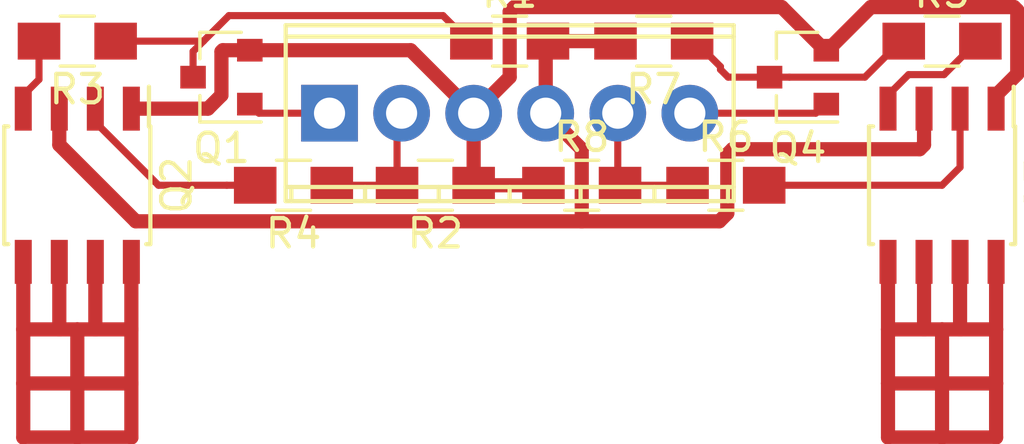
<source format=kicad_pcb>
(kicad_pcb (version 20171130) (host pcbnew 5.0.0-rc2-dev-unknown-6866c0c~65~ubuntu16.04.1)

  (general
    (thickness 1.6)
    (drawings 0)
    (tracks 113)
    (zones 0)
    (modules 13)
    (nets 15)
  )

  (page A4)
  (layers
    (0 F.Cu signal)
    (31 B.Cu signal)
    (32 B.Adhes user)
    (33 F.Adhes user)
    (34 B.Paste user)
    (35 F.Paste user)
    (36 B.SilkS user hide)
    (37 F.SilkS user hide)
    (38 B.Mask user hide)
    (39 F.Mask user hide)
    (40 Dwgs.User user)
    (41 Cmts.User user)
    (42 Eco1.User user)
    (43 Eco2.User user)
    (44 Edge.Cuts user)
    (45 Margin user)
    (46 B.CrtYd user)
    (47 F.CrtYd user hide)
    (48 B.Fab user)
    (49 F.Fab user hide)
  )

  (setup
    (last_trace_width 0.25)
    (trace_clearance 0.3)
    (zone_clearance 0.508)
    (zone_45_only no)
    (trace_min 0.2)
    (segment_width 0.2)
    (edge_width 0.15)
    (via_size 0.6)
    (via_drill 0.4)
    (via_min_size 0.4)
    (via_min_drill 0.3)
    (uvia_size 0.3)
    (uvia_drill 0.1)
    (uvias_allowed no)
    (uvia_min_size 0.2)
    (uvia_min_drill 0.1)
    (pcb_text_width 0.3)
    (pcb_text_size 1.5 1.5)
    (mod_edge_width 0.15)
    (mod_text_size 1 1)
    (mod_text_width 0.15)
    (pad_size 1.524 1.524)
    (pad_drill 0.762)
    (pad_to_mask_clearance 0.2)
    (aux_axis_origin 0 0)
    (visible_elements FFFFFFFF)
    (pcbplotparams
      (layerselection 0x00030_80000001)
      (usegerberextensions false)
      (usegerberattributes false)
      (usegerberadvancedattributes false)
      (creategerberjobfile false)
      (excludeedgelayer true)
      (linewidth 0.100000)
      (plotframeref false)
      (viasonmask false)
      (mode 1)
      (useauxorigin false)
      (hpglpennumber 1)
      (hpglpenspeed 20)
      (hpglpendiameter 15)
      (psnegative false)
      (psa4output false)
      (plotreference true)
      (plotvalue true)
      (plotinvisibletext false)
      (padsonsilk false)
      (subtractmaskfromsilk false)
      (outputformat 1)
      (mirror false)
      (drillshape 1)
      (scaleselection 1)
      (outputdirectory drive.svg))
  )

  (net 0 "")
  (net 1 +BATT)
  (net 2 GNDREF)
  (net 3 "Net-(Q1-Pad3)")
  (net 4 "Net-(Q2-Pad2)")
  (net 5 "Net-(Q2-Pad4)")
  (net 6 "Net-(Q3-Pad2)")
  (net 7 "Net-(Q3-Pad4)")
  (net 8 "Net-(Q4-Pad3)")
  (net 9 /MM2)
  (net 10 /MM1)
  (net 11 /TOP_R)
  (net 12 /BOT_L)
  (net 13 /TOP_L)
  (net 14 /BOT_R)

  (net_class Default "This is the default net class."
    (clearance 0.3)
    (trace_width 0.25)
    (via_dia 0.6)
    (via_drill 0.4)
    (uvia_dia 0.3)
    (uvia_drill 0.1)
    (add_net /BOT_L)
    (add_net /BOT_R)
    (add_net /TOP_L)
    (add_net /TOP_R)
    (add_net "Net-(Q1-Pad3)")
    (add_net "Net-(Q2-Pad2)")
    (add_net "Net-(Q2-Pad4)")
    (add_net "Net-(Q3-Pad2)")
    (add_net "Net-(Q3-Pad4)")
    (add_net "Net-(Q4-Pad3)")
  )

  (net_class B ""
    (clearance 0.3)
    (trace_width 0.5)
    (via_dia 0.6)
    (via_drill 0.4)
    (uvia_dia 0.3)
    (uvia_drill 0.1)
    (add_net +BATT)
    (add_net GNDREF)
  )

  (net_class B2 ""
    (clearance 0.3)
    (trace_width 0.5)
    (via_dia 0.6)
    (via_drill 0.4)
    (uvia_dia 0.3)
    (uvia_drill 0.1)
    (add_net /MM1)
    (add_net /MM2)
  )

  (module TerminalBlocks_Phoenix:TerminalBlock_Phoenix_MPT-2.54mm_6pol (layer F.Cu) (tedit 59FF0755) (tstamp 5AF885DA)
    (at 147.955 92.71)
    (descr "6-way 2.54mm pitch terminal block, Phoenix MPT series")
    (path /5AF8CE8E)
    (fp_text reference J1 (at 6.35 -4.50088) (layer F.SilkS)
      (effects (font (size 1 1) (thickness 0.15)))
    )
    (fp_text value Screw_Terminal_01x06 (at 6.35 4.50088) (layer F.Fab)
      (effects (font (size 1 1) (thickness 0.15)))
    )
    (fp_line (start -1.54432 -3.0988) (end -1.54432 3.0988) (layer F.SilkS) (width 0.15))
    (fp_line (start 14.24432 3.0988) (end 14.24432 -3.0988) (layer F.SilkS) (width 0.15))
    (fp_line (start 1.25222 3.0988) (end 1.25222 2.60096) (layer F.SilkS) (width 0.15))
    (fp_line (start 14.0462 2.60096) (end 14.0462 3.0988) (layer F.SilkS) (width 0.15))
    (fp_line (start -1.3462 3.0988) (end -1.3462 2.60096) (layer F.SilkS) (width 0.15))
    (fp_line (start 3.85064 2.60096) (end 3.85064 3.0988) (layer F.SilkS) (width 0.15))
    (fp_line (start 6.34746 2.60096) (end 6.34746 3.0988) (layer F.SilkS) (width 0.15))
    (fp_line (start 8.84936 2.60096) (end 8.84936 3.0988) (layer F.SilkS) (width 0.15))
    (fp_line (start 11.45032 2.60096) (end 11.45032 3.0988) (layer F.SilkS) (width 0.15))
    (fp_line (start 14.2494 2.60096) (end -1.5494 2.60096) (layer F.SilkS) (width 0.15))
    (fp_line (start -1.5494 3.0988) (end 14.2494 3.0988) (layer F.SilkS) (width 0.15))
    (fp_line (start 14.2494 -2.70002) (end -1.5494 -2.70002) (layer F.SilkS) (width 0.15))
    (fp_line (start 14.2494 -3.0988) (end -1.5494 -3.0988) (layer F.SilkS) (width 0.15))
    (fp_line (start 14.48 -3.3) (end 14.48 3.3) (layer F.CrtYd) (width 0.05))
    (fp_line (start 14.48 3.3) (end -1.78 3.3) (layer F.CrtYd) (width 0.05))
    (fp_line (start -1.78 3.3) (end -1.78 -3.3) (layer F.CrtYd) (width 0.05))
    (fp_line (start -1.78 -3.3) (end 14.48 -3.3) (layer F.CrtYd) (width 0.05))
    (fp_text user %R (at 6.35 0) (layer F.Fab)
      (effects (font (size 1 1) (thickness 0.15)))
    )
    (pad 6 thru_hole oval (at 12.7 0 180) (size 1.99898 1.99898) (drill 1.09728) (layers *.Cu *.Mask)
      (net 11 /TOP_R))
    (pad 5 thru_hole oval (at 10.16 0 180) (size 1.99898 1.99898) (drill 1.09728) (layers *.Cu *.Mask)
      (net 14 /BOT_R))
    (pad 3 thru_hole oval (at 5.08 0 180) (size 1.99898 1.99898) (drill 1.09728) (layers *.Cu *.Mask)
      (net 2 GNDREF))
    (pad 2 thru_hole oval (at 2.54 0 180) (size 1.99898 1.99898) (drill 1.09728) (layers *.Cu *.Mask)
      (net 12 /BOT_L))
    (pad 1 thru_hole rect (at 0 0 180) (size 1.99898 1.99898) (drill 1.09728) (layers *.Cu *.Mask)
      (net 13 /TOP_L))
    (pad 4 thru_hole oval (at 7.62 0 180) (size 1.99898 1.99898) (drill 1.09728) (layers *.Cu *.Mask)
      (net 1 +BATT))
    (model ${KISYS3DMOD}/TerminalBlock_Phoenix.3dshapes/TerminalBlock_Phoenix_MPT-2.54mm_6pol.wrl
      (offset (xyz 6.349999904632568 0 0))
      (scale (xyz 1 1 1))
      (rotate (xyz 0 0 0))
    )
  )

  (module TO_SOT_Packages_SMD:SOT-23 (layer F.Cu) (tedit 58CE4E7E) (tstamp 5AF88600)
    (at 144.145 91.44 180)
    (descr "SOT-23, Standard")
    (tags SOT-23)
    (path /5AF0DF14)
    (attr smd)
    (fp_text reference Q1 (at 0 -2.5 180) (layer F.SilkS)
      (effects (font (size 1 1) (thickness 0.15)))
    )
    (fp_text value 2N7002 (at 0 2.5 180) (layer F.Fab)
      (effects (font (size 1 1) (thickness 0.15)))
    )
    (fp_line (start 0.76 1.58) (end -0.7 1.58) (layer F.SilkS) (width 0.12))
    (fp_line (start 0.76 -1.58) (end -1.4 -1.58) (layer F.SilkS) (width 0.12))
    (fp_line (start -1.7 1.75) (end -1.7 -1.75) (layer F.CrtYd) (width 0.05))
    (fp_line (start 1.7 1.75) (end -1.7 1.75) (layer F.CrtYd) (width 0.05))
    (fp_line (start 1.7 -1.75) (end 1.7 1.75) (layer F.CrtYd) (width 0.05))
    (fp_line (start -1.7 -1.75) (end 1.7 -1.75) (layer F.CrtYd) (width 0.05))
    (fp_line (start 0.76 -1.58) (end 0.76 -0.65) (layer F.SilkS) (width 0.12))
    (fp_line (start 0.76 1.58) (end 0.76 0.65) (layer F.SilkS) (width 0.12))
    (fp_line (start -0.7 1.52) (end 0.7 1.52) (layer F.Fab) (width 0.1))
    (fp_line (start 0.7 -1.52) (end 0.7 1.52) (layer F.Fab) (width 0.1))
    (fp_line (start -0.7 -0.95) (end -0.15 -1.52) (layer F.Fab) (width 0.1))
    (fp_line (start -0.15 -1.52) (end 0.7 -1.52) (layer F.Fab) (width 0.1))
    (fp_line (start -0.7 -0.95) (end -0.7 1.5) (layer F.Fab) (width 0.1))
    (fp_text user %R (at 0 0 270) (layer F.Fab)
      (effects (font (size 0.5 0.5) (thickness 0.075)))
    )
    (pad 3 smd rect (at 1 0 180) (size 0.9 0.8) (layers F.Cu F.Paste F.Mask)
      (net 3 "Net-(Q1-Pad3)"))
    (pad 2 smd rect (at -1 0.95 180) (size 0.9 0.8) (layers F.Cu F.Paste F.Mask)
      (net 2 GNDREF))
    (pad 1 smd rect (at -1 -0.95 180) (size 0.9 0.8) (layers F.Cu F.Paste F.Mask)
      (net 13 /TOP_L))
    (model ${KISYS3DMOD}/TO_SOT_Packages_SMD.3dshapes/SOT-23.wrl
      (at (xyz 0 0 0))
      (scale (xyz 1 1 1))
      (rotate (xyz 0 0 0))
    )
  )

  (module Housings_SOIC:SOIC-8_3.9x4.9mm_Pitch1.27mm (layer F.Cu) (tedit 58CD0CDA) (tstamp 5AF8861D)
    (at 139.065 95.25 270)
    (descr "8-Lead Plastic Small Outline (SN) - Narrow, 3.90 mm Body [SOIC] (see Microchip Packaging Specification 00000049BS.pdf)")
    (tags "SOIC 1.27")
    (path /5AF0DEEF)
    (attr smd)
    (fp_text reference Q2 (at 0 -3.5 270) (layer F.SilkS)
      (effects (font (size 1 1) (thickness 0.15)))
    )
    (fp_text value IRF7309IPBF (at 0 3.5 270) (layer F.Fab)
      (effects (font (size 1 1) (thickness 0.15)))
    )
    (fp_line (start -2.075 -2.525) (end -3.475 -2.525) (layer F.SilkS) (width 0.15))
    (fp_line (start -2.075 2.575) (end 2.075 2.575) (layer F.SilkS) (width 0.15))
    (fp_line (start -2.075 -2.575) (end 2.075 -2.575) (layer F.SilkS) (width 0.15))
    (fp_line (start -2.075 2.575) (end -2.075 2.43) (layer F.SilkS) (width 0.15))
    (fp_line (start 2.075 2.575) (end 2.075 2.43) (layer F.SilkS) (width 0.15))
    (fp_line (start 2.075 -2.575) (end 2.075 -2.43) (layer F.SilkS) (width 0.15))
    (fp_line (start -2.075 -2.575) (end -2.075 -2.525) (layer F.SilkS) (width 0.15))
    (fp_line (start -3.73 2.7) (end 3.73 2.7) (layer F.CrtYd) (width 0.05))
    (fp_line (start -3.73 -2.7) (end 3.73 -2.7) (layer F.CrtYd) (width 0.05))
    (fp_line (start 3.73 -2.7) (end 3.73 2.7) (layer F.CrtYd) (width 0.05))
    (fp_line (start -3.73 -2.7) (end -3.73 2.7) (layer F.CrtYd) (width 0.05))
    (fp_line (start -1.95 -1.45) (end -0.95 -2.45) (layer F.Fab) (width 0.1))
    (fp_line (start -1.95 2.45) (end -1.95 -1.45) (layer F.Fab) (width 0.1))
    (fp_line (start 1.95 2.45) (end -1.95 2.45) (layer F.Fab) (width 0.1))
    (fp_line (start 1.95 -2.45) (end 1.95 2.45) (layer F.Fab) (width 0.1))
    (fp_line (start -0.95 -2.45) (end 1.95 -2.45) (layer F.Fab) (width 0.1))
    (fp_text user %R (at 0 0 270) (layer F.Fab)
      (effects (font (size 1 1) (thickness 0.15)))
    )
    (pad 8 smd rect (at 2.7 -1.905 270) (size 1.55 0.6) (layers F.Cu F.Paste F.Mask)
      (net 10 /MM1))
    (pad 7 smd rect (at 2.7 -0.635 270) (size 1.55 0.6) (layers F.Cu F.Paste F.Mask)
      (net 10 /MM1))
    (pad 6 smd rect (at 2.7 0.635 270) (size 1.55 0.6) (layers F.Cu F.Paste F.Mask)
      (net 10 /MM1))
    (pad 5 smd rect (at 2.7 1.905 270) (size 1.55 0.6) (layers F.Cu F.Paste F.Mask)
      (net 10 /MM1))
    (pad 4 smd rect (at -2.7 1.905 270) (size 1.55 0.6) (layers F.Cu F.Paste F.Mask)
      (net 5 "Net-(Q2-Pad4)"))
    (pad 3 smd rect (at -2.7 0.635 270) (size 1.55 0.6) (layers F.Cu F.Paste F.Mask)
      (net 1 +BATT))
    (pad 2 smd rect (at -2.7 -0.635 270) (size 1.55 0.6) (layers F.Cu F.Paste F.Mask)
      (net 4 "Net-(Q2-Pad2)"))
    (pad 1 smd rect (at -2.7 -1.905 270) (size 1.55 0.6) (layers F.Cu F.Paste F.Mask)
      (net 2 GNDREF))
    (model ${KISYS3DMOD}/Housings_SOIC.3dshapes/SOIC-8_3.9x4.9mm_Pitch1.27mm.wrl
      (at (xyz 0 0 0))
      (scale (xyz 1 1 1))
      (rotate (xyz 0 0 0))
    )
  )

  (module Housings_SOIC:SOIC-8_3.9x4.9mm_Pitch1.27mm (layer F.Cu) (tedit 58CD0CDA) (tstamp 5AF8863A)
    (at 169.545 95.25 270)
    (descr "8-Lead Plastic Small Outline (SN) - Narrow, 3.90 mm Body [SOIC] (see Microchip Packaging Specification 00000049BS.pdf)")
    (tags "SOIC 1.27")
    (path /5AF08F55)
    (attr smd)
    (fp_text reference Q3 (at 0 -3.5 270) (layer F.SilkS)
      (effects (font (size 1 1) (thickness 0.15)))
    )
    (fp_text value IRF7309IPBF (at 0 3.5 270) (layer F.Fab)
      (effects (font (size 1 1) (thickness 0.15)))
    )
    (fp_text user %R (at 0 0 270) (layer F.Fab)
      (effects (font (size 1 1) (thickness 0.15)))
    )
    (fp_line (start -0.95 -2.45) (end 1.95 -2.45) (layer F.Fab) (width 0.1))
    (fp_line (start 1.95 -2.45) (end 1.95 2.45) (layer F.Fab) (width 0.1))
    (fp_line (start 1.95 2.45) (end -1.95 2.45) (layer F.Fab) (width 0.1))
    (fp_line (start -1.95 2.45) (end -1.95 -1.45) (layer F.Fab) (width 0.1))
    (fp_line (start -1.95 -1.45) (end -0.95 -2.45) (layer F.Fab) (width 0.1))
    (fp_line (start -3.73 -2.7) (end -3.73 2.7) (layer F.CrtYd) (width 0.05))
    (fp_line (start 3.73 -2.7) (end 3.73 2.7) (layer F.CrtYd) (width 0.05))
    (fp_line (start -3.73 -2.7) (end 3.73 -2.7) (layer F.CrtYd) (width 0.05))
    (fp_line (start -3.73 2.7) (end 3.73 2.7) (layer F.CrtYd) (width 0.05))
    (fp_line (start -2.075 -2.575) (end -2.075 -2.525) (layer F.SilkS) (width 0.15))
    (fp_line (start 2.075 -2.575) (end 2.075 -2.43) (layer F.SilkS) (width 0.15))
    (fp_line (start 2.075 2.575) (end 2.075 2.43) (layer F.SilkS) (width 0.15))
    (fp_line (start -2.075 2.575) (end -2.075 2.43) (layer F.SilkS) (width 0.15))
    (fp_line (start -2.075 -2.575) (end 2.075 -2.575) (layer F.SilkS) (width 0.15))
    (fp_line (start -2.075 2.575) (end 2.075 2.575) (layer F.SilkS) (width 0.15))
    (fp_line (start -2.075 -2.525) (end -3.475 -2.525) (layer F.SilkS) (width 0.15))
    (pad 1 smd rect (at -2.7 -1.905 270) (size 1.55 0.6) (layers F.Cu F.Paste F.Mask)
      (net 2 GNDREF))
    (pad 2 smd rect (at -2.7 -0.635 270) (size 1.55 0.6) (layers F.Cu F.Paste F.Mask)
      (net 6 "Net-(Q3-Pad2)"))
    (pad 3 smd rect (at -2.7 0.635 270) (size 1.55 0.6) (layers F.Cu F.Paste F.Mask)
      (net 1 +BATT))
    (pad 4 smd rect (at -2.7 1.905 270) (size 1.55 0.6) (layers F.Cu F.Paste F.Mask)
      (net 7 "Net-(Q3-Pad4)"))
    (pad 5 smd rect (at 2.7 1.905 270) (size 1.55 0.6) (layers F.Cu F.Paste F.Mask)
      (net 9 /MM2))
    (pad 6 smd rect (at 2.7 0.635 270) (size 1.55 0.6) (layers F.Cu F.Paste F.Mask)
      (net 9 /MM2))
    (pad 7 smd rect (at 2.7 -0.635 270) (size 1.55 0.6) (layers F.Cu F.Paste F.Mask)
      (net 9 /MM2))
    (pad 8 smd rect (at 2.7 -1.905 270) (size 1.55 0.6) (layers F.Cu F.Paste F.Mask)
      (net 9 /MM2))
    (model ${KISYS3DMOD}/Housings_SOIC.3dshapes/SOIC-8_3.9x4.9mm_Pitch1.27mm.wrl
      (at (xyz 0 0 0))
      (scale (xyz 1 1 1))
      (rotate (xyz 0 0 0))
    )
  )

  (module TO_SOT_Packages_SMD:SOT-23 (layer F.Cu) (tedit 58CE4E7E) (tstamp 5AF8864F)
    (at 164.465 91.44 180)
    (descr "SOT-23, Standard")
    (tags SOT-23)
    (path /5AF094AB)
    (attr smd)
    (fp_text reference Q4 (at 0 -2.5 180) (layer F.SilkS)
      (effects (font (size 1 1) (thickness 0.15)))
    )
    (fp_text value 2N7002 (at 0 2.5 180) (layer F.Fab)
      (effects (font (size 1 1) (thickness 0.15)))
    )
    (fp_text user %R (at 0 0 270) (layer F.Fab)
      (effects (font (size 0.5 0.5) (thickness 0.075)))
    )
    (fp_line (start -0.7 -0.95) (end -0.7 1.5) (layer F.Fab) (width 0.1))
    (fp_line (start -0.15 -1.52) (end 0.7 -1.52) (layer F.Fab) (width 0.1))
    (fp_line (start -0.7 -0.95) (end -0.15 -1.52) (layer F.Fab) (width 0.1))
    (fp_line (start 0.7 -1.52) (end 0.7 1.52) (layer F.Fab) (width 0.1))
    (fp_line (start -0.7 1.52) (end 0.7 1.52) (layer F.Fab) (width 0.1))
    (fp_line (start 0.76 1.58) (end 0.76 0.65) (layer F.SilkS) (width 0.12))
    (fp_line (start 0.76 -1.58) (end 0.76 -0.65) (layer F.SilkS) (width 0.12))
    (fp_line (start -1.7 -1.75) (end 1.7 -1.75) (layer F.CrtYd) (width 0.05))
    (fp_line (start 1.7 -1.75) (end 1.7 1.75) (layer F.CrtYd) (width 0.05))
    (fp_line (start 1.7 1.75) (end -1.7 1.75) (layer F.CrtYd) (width 0.05))
    (fp_line (start -1.7 1.75) (end -1.7 -1.75) (layer F.CrtYd) (width 0.05))
    (fp_line (start 0.76 -1.58) (end -1.4 -1.58) (layer F.SilkS) (width 0.12))
    (fp_line (start 0.76 1.58) (end -0.7 1.58) (layer F.SilkS) (width 0.12))
    (pad 1 smd rect (at -1 -0.95 180) (size 0.9 0.8) (layers F.Cu F.Paste F.Mask)
      (net 11 /TOP_R))
    (pad 2 smd rect (at -1 0.95 180) (size 0.9 0.8) (layers F.Cu F.Paste F.Mask)
      (net 2 GNDREF))
    (pad 3 smd rect (at 1 0 180) (size 0.9 0.8) (layers F.Cu F.Paste F.Mask)
      (net 8 "Net-(Q4-Pad3)"))
    (model ${KISYS3DMOD}/TO_SOT_Packages_SMD.3dshapes/SOT-23.wrl
      (at (xyz 0 0 0))
      (scale (xyz 1 1 1))
      (rotate (xyz 0 0 0))
    )
  )

  (module Resistors_SMD:R_0805_HandSoldering (layer F.Cu) (tedit 58E0A804) (tstamp 5AF88660)
    (at 154.305 90.17)
    (descr "Resistor SMD 0805, hand soldering")
    (tags "resistor 0805")
    (path /5AF0DF21)
    (attr smd)
    (fp_text reference R1 (at 0 -1.7) (layer F.SilkS)
      (effects (font (size 1 1) (thickness 0.15)))
    )
    (fp_text value R (at 0 1.75) (layer F.Fab)
      (effects (font (size 1 1) (thickness 0.15)))
    )
    (fp_line (start 2.35 0.9) (end -2.35 0.9) (layer F.CrtYd) (width 0.05))
    (fp_line (start 2.35 0.9) (end 2.35 -0.9) (layer F.CrtYd) (width 0.05))
    (fp_line (start -2.35 -0.9) (end -2.35 0.9) (layer F.CrtYd) (width 0.05))
    (fp_line (start -2.35 -0.9) (end 2.35 -0.9) (layer F.CrtYd) (width 0.05))
    (fp_line (start -0.6 -0.88) (end 0.6 -0.88) (layer F.SilkS) (width 0.12))
    (fp_line (start 0.6 0.88) (end -0.6 0.88) (layer F.SilkS) (width 0.12))
    (fp_line (start -1 -0.62) (end 1 -0.62) (layer F.Fab) (width 0.1))
    (fp_line (start 1 -0.62) (end 1 0.62) (layer F.Fab) (width 0.1))
    (fp_line (start 1 0.62) (end -1 0.62) (layer F.Fab) (width 0.1))
    (fp_line (start -1 0.62) (end -1 -0.62) (layer F.Fab) (width 0.1))
    (fp_text user %R (at 0 0) (layer F.Fab)
      (effects (font (size 0.5 0.5) (thickness 0.075)))
    )
    (pad 2 smd rect (at 1.35 0) (size 1.5 1.3) (layers F.Cu F.Paste F.Mask)
      (net 1 +BATT))
    (pad 1 smd rect (at -1.35 0) (size 1.5 1.3) (layers F.Cu F.Paste F.Mask)
      (net 3 "Net-(Q1-Pad3)"))
    (model ${KISYS3DMOD}/Resistors_SMD.3dshapes/R_0805.wrl
      (at (xyz 0 0 0))
      (scale (xyz 1 1 1))
      (rotate (xyz 0 0 0))
    )
  )

  (module Resistors_SMD:R_0805_HandSoldering (layer F.Cu) (tedit 58E0A804) (tstamp 5AF88671)
    (at 151.685 95.25 180)
    (descr "Resistor SMD 0805, hand soldering")
    (tags "resistor 0805")
    (path /5AF0DF0D)
    (attr smd)
    (fp_text reference R2 (at 0 -1.7 180) (layer F.SilkS)
      (effects (font (size 1 1) (thickness 0.15)))
    )
    (fp_text value R (at 0 1.75 180) (layer F.Fab)
      (effects (font (size 1 1) (thickness 0.15)))
    )
    (fp_line (start 2.35 0.9) (end -2.35 0.9) (layer F.CrtYd) (width 0.05))
    (fp_line (start 2.35 0.9) (end 2.35 -0.9) (layer F.CrtYd) (width 0.05))
    (fp_line (start -2.35 -0.9) (end -2.35 0.9) (layer F.CrtYd) (width 0.05))
    (fp_line (start -2.35 -0.9) (end 2.35 -0.9) (layer F.CrtYd) (width 0.05))
    (fp_line (start -0.6 -0.88) (end 0.6 -0.88) (layer F.SilkS) (width 0.12))
    (fp_line (start 0.6 0.88) (end -0.6 0.88) (layer F.SilkS) (width 0.12))
    (fp_line (start -1 -0.62) (end 1 -0.62) (layer F.Fab) (width 0.1))
    (fp_line (start 1 -0.62) (end 1 0.62) (layer F.Fab) (width 0.1))
    (fp_line (start 1 0.62) (end -1 0.62) (layer F.Fab) (width 0.1))
    (fp_line (start -1 0.62) (end -1 -0.62) (layer F.Fab) (width 0.1))
    (fp_text user %R (at 0 0 180) (layer F.Fab)
      (effects (font (size 0.5 0.5) (thickness 0.075)))
    )
    (pad 2 smd rect (at 1.35 0 180) (size 1.5 1.3) (layers F.Cu F.Paste F.Mask)
      (net 12 /BOT_L))
    (pad 1 smd rect (at -1.35 0 180) (size 1.5 1.3) (layers F.Cu F.Paste F.Mask)
      (net 2 GNDREF))
    (model ${KISYS3DMOD}/Resistors_SMD.3dshapes/R_0805.wrl
      (at (xyz 0 0 0))
      (scale (xyz 1 1 1))
      (rotate (xyz 0 0 0))
    )
  )

  (module Resistors_SMD:R_0805_HandSoldering (layer F.Cu) (tedit 58E0A804) (tstamp 5AF88682)
    (at 139.065 90.17 180)
    (descr "Resistor SMD 0805, hand soldering")
    (tags "resistor 0805")
    (path /5AF0DEFB)
    (attr smd)
    (fp_text reference R3 (at 0 -1.7 180) (layer F.SilkS)
      (effects (font (size 1 1) (thickness 0.15)))
    )
    (fp_text value R (at 0 1.75 180) (layer F.Fab)
      (effects (font (size 1 1) (thickness 0.15)))
    )
    (fp_text user %R (at 0 0 180) (layer F.Fab)
      (effects (font (size 0.5 0.5) (thickness 0.075)))
    )
    (fp_line (start -1 0.62) (end -1 -0.62) (layer F.Fab) (width 0.1))
    (fp_line (start 1 0.62) (end -1 0.62) (layer F.Fab) (width 0.1))
    (fp_line (start 1 -0.62) (end 1 0.62) (layer F.Fab) (width 0.1))
    (fp_line (start -1 -0.62) (end 1 -0.62) (layer F.Fab) (width 0.1))
    (fp_line (start 0.6 0.88) (end -0.6 0.88) (layer F.SilkS) (width 0.12))
    (fp_line (start -0.6 -0.88) (end 0.6 -0.88) (layer F.SilkS) (width 0.12))
    (fp_line (start -2.35 -0.9) (end 2.35 -0.9) (layer F.CrtYd) (width 0.05))
    (fp_line (start -2.35 -0.9) (end -2.35 0.9) (layer F.CrtYd) (width 0.05))
    (fp_line (start 2.35 0.9) (end 2.35 -0.9) (layer F.CrtYd) (width 0.05))
    (fp_line (start 2.35 0.9) (end -2.35 0.9) (layer F.CrtYd) (width 0.05))
    (pad 1 smd rect (at -1.35 0 180) (size 1.5 1.3) (layers F.Cu F.Paste F.Mask)
      (net 3 "Net-(Q1-Pad3)"))
    (pad 2 smd rect (at 1.35 0 180) (size 1.5 1.3) (layers F.Cu F.Paste F.Mask)
      (net 5 "Net-(Q2-Pad4)"))
    (model ${KISYS3DMOD}/Resistors_SMD.3dshapes/R_0805.wrl
      (at (xyz 0 0 0))
      (scale (xyz 1 1 1))
      (rotate (xyz 0 0 0))
    )
  )

  (module Resistors_SMD:R_0805_HandSoldering (layer F.Cu) (tedit 58E0A804) (tstamp 5AF8B407)
    (at 146.685 95.25 180)
    (descr "Resistor SMD 0805, hand soldering")
    (tags "resistor 0805")
    (path /5AF0DF01)
    (attr smd)
    (fp_text reference R4 (at 0 -1.7 180) (layer F.SilkS)
      (effects (font (size 1 1) (thickness 0.15)))
    )
    (fp_text value R (at 0 1.75 180) (layer F.Fab)
      (effects (font (size 1 1) (thickness 0.15)))
    )
    (fp_line (start 2.35 0.9) (end -2.35 0.9) (layer F.CrtYd) (width 0.05))
    (fp_line (start 2.35 0.9) (end 2.35 -0.9) (layer F.CrtYd) (width 0.05))
    (fp_line (start -2.35 -0.9) (end -2.35 0.9) (layer F.CrtYd) (width 0.05))
    (fp_line (start -2.35 -0.9) (end 2.35 -0.9) (layer F.CrtYd) (width 0.05))
    (fp_line (start -0.6 -0.88) (end 0.6 -0.88) (layer F.SilkS) (width 0.12))
    (fp_line (start 0.6 0.88) (end -0.6 0.88) (layer F.SilkS) (width 0.12))
    (fp_line (start -1 -0.62) (end 1 -0.62) (layer F.Fab) (width 0.1))
    (fp_line (start 1 -0.62) (end 1 0.62) (layer F.Fab) (width 0.1))
    (fp_line (start 1 0.62) (end -1 0.62) (layer F.Fab) (width 0.1))
    (fp_line (start -1 0.62) (end -1 -0.62) (layer F.Fab) (width 0.1))
    (fp_text user %R (at 0 0 180) (layer F.Fab)
      (effects (font (size 0.5 0.5) (thickness 0.075)))
    )
    (pad 2 smd rect (at 1.35 0 180) (size 1.5 1.3) (layers F.Cu F.Paste F.Mask)
      (net 4 "Net-(Q2-Pad2)"))
    (pad 1 smd rect (at -1.35 0 180) (size 1.5 1.3) (layers F.Cu F.Paste F.Mask)
      (net 12 /BOT_L))
    (model ${KISYS3DMOD}/Resistors_SMD.3dshapes/R_0805.wrl
      (at (xyz 0 0 0))
      (scale (xyz 1 1 1))
      (rotate (xyz 0 0 0))
    )
  )

  (module Resistors_SMD:R_0805_HandSoldering (layer F.Cu) (tedit 58E0A804) (tstamp 5AF886A4)
    (at 169.545 90.17)
    (descr "Resistor SMD 0805, hand soldering")
    (tags "resistor 0805")
    (path /5AF091EA)
    (attr smd)
    (fp_text reference R5 (at 0 -1.7) (layer F.SilkS)
      (effects (font (size 1 1) (thickness 0.15)))
    )
    (fp_text value R (at 0 1.75) (layer F.Fab)
      (effects (font (size 1 1) (thickness 0.15)))
    )
    (fp_text user %R (at 0 0) (layer F.Fab)
      (effects (font (size 0.5 0.5) (thickness 0.075)))
    )
    (fp_line (start -1 0.62) (end -1 -0.62) (layer F.Fab) (width 0.1))
    (fp_line (start 1 0.62) (end -1 0.62) (layer F.Fab) (width 0.1))
    (fp_line (start 1 -0.62) (end 1 0.62) (layer F.Fab) (width 0.1))
    (fp_line (start -1 -0.62) (end 1 -0.62) (layer F.Fab) (width 0.1))
    (fp_line (start 0.6 0.88) (end -0.6 0.88) (layer F.SilkS) (width 0.12))
    (fp_line (start -0.6 -0.88) (end 0.6 -0.88) (layer F.SilkS) (width 0.12))
    (fp_line (start -2.35 -0.9) (end 2.35 -0.9) (layer F.CrtYd) (width 0.05))
    (fp_line (start -2.35 -0.9) (end -2.35 0.9) (layer F.CrtYd) (width 0.05))
    (fp_line (start 2.35 0.9) (end 2.35 -0.9) (layer F.CrtYd) (width 0.05))
    (fp_line (start 2.35 0.9) (end -2.35 0.9) (layer F.CrtYd) (width 0.05))
    (pad 1 smd rect (at -1.35 0) (size 1.5 1.3) (layers F.Cu F.Paste F.Mask)
      (net 8 "Net-(Q4-Pad3)"))
    (pad 2 smd rect (at 1.35 0) (size 1.5 1.3) (layers F.Cu F.Paste F.Mask)
      (net 7 "Net-(Q3-Pad4)"))
    (model ${KISYS3DMOD}/Resistors_SMD.3dshapes/R_0805.wrl
      (at (xyz 0 0 0))
      (scale (xyz 1 1 1))
      (rotate (xyz 0 0 0))
    )
  )

  (module Resistors_SMD:R_0805_HandSoldering (layer F.Cu) (tedit 58E0A804) (tstamp 5AF886B5)
    (at 161.925 95.25)
    (descr "Resistor SMD 0805, hand soldering")
    (tags "resistor 0805")
    (path /5AF092AA)
    (attr smd)
    (fp_text reference R6 (at 0 -1.7) (layer F.SilkS)
      (effects (font (size 1 1) (thickness 0.15)))
    )
    (fp_text value R (at 0 1.75) (layer F.Fab)
      (effects (font (size 1 1) (thickness 0.15)))
    )
    (fp_line (start 2.35 0.9) (end -2.35 0.9) (layer F.CrtYd) (width 0.05))
    (fp_line (start 2.35 0.9) (end 2.35 -0.9) (layer F.CrtYd) (width 0.05))
    (fp_line (start -2.35 -0.9) (end -2.35 0.9) (layer F.CrtYd) (width 0.05))
    (fp_line (start -2.35 -0.9) (end 2.35 -0.9) (layer F.CrtYd) (width 0.05))
    (fp_line (start -0.6 -0.88) (end 0.6 -0.88) (layer F.SilkS) (width 0.12))
    (fp_line (start 0.6 0.88) (end -0.6 0.88) (layer F.SilkS) (width 0.12))
    (fp_line (start -1 -0.62) (end 1 -0.62) (layer F.Fab) (width 0.1))
    (fp_line (start 1 -0.62) (end 1 0.62) (layer F.Fab) (width 0.1))
    (fp_line (start 1 0.62) (end -1 0.62) (layer F.Fab) (width 0.1))
    (fp_line (start -1 0.62) (end -1 -0.62) (layer F.Fab) (width 0.1))
    (fp_text user %R (at 0 0) (layer F.Fab)
      (effects (font (size 0.5 0.5) (thickness 0.075)))
    )
    (pad 2 smd rect (at 1.35 0) (size 1.5 1.3) (layers F.Cu F.Paste F.Mask)
      (net 6 "Net-(Q3-Pad2)"))
    (pad 1 smd rect (at -1.35 0) (size 1.5 1.3) (layers F.Cu F.Paste F.Mask)
      (net 14 /BOT_R))
    (model ${KISYS3DMOD}/Resistors_SMD.3dshapes/R_0805.wrl
      (at (xyz 0 0 0))
      (scale (xyz 1 1 1))
      (rotate (xyz 0 0 0))
    )
  )

  (module Resistors_SMD:R_0805_HandSoldering (layer F.Cu) (tedit 58E0A804) (tstamp 5AF886C6)
    (at 159.385 90.17 180)
    (descr "Resistor SMD 0805, hand soldering")
    (tags "resistor 0805")
    (path /5AF09894)
    (attr smd)
    (fp_text reference R7 (at 0 -1.7 180) (layer F.SilkS)
      (effects (font (size 1 1) (thickness 0.15)))
    )
    (fp_text value R (at 0 1.75 180) (layer F.Fab)
      (effects (font (size 1 1) (thickness 0.15)))
    )
    (fp_line (start 2.35 0.9) (end -2.35 0.9) (layer F.CrtYd) (width 0.05))
    (fp_line (start 2.35 0.9) (end 2.35 -0.9) (layer F.CrtYd) (width 0.05))
    (fp_line (start -2.35 -0.9) (end -2.35 0.9) (layer F.CrtYd) (width 0.05))
    (fp_line (start -2.35 -0.9) (end 2.35 -0.9) (layer F.CrtYd) (width 0.05))
    (fp_line (start -0.6 -0.88) (end 0.6 -0.88) (layer F.SilkS) (width 0.12))
    (fp_line (start 0.6 0.88) (end -0.6 0.88) (layer F.SilkS) (width 0.12))
    (fp_line (start -1 -0.62) (end 1 -0.62) (layer F.Fab) (width 0.1))
    (fp_line (start 1 -0.62) (end 1 0.62) (layer F.Fab) (width 0.1))
    (fp_line (start 1 0.62) (end -1 0.62) (layer F.Fab) (width 0.1))
    (fp_line (start -1 0.62) (end -1 -0.62) (layer F.Fab) (width 0.1))
    (fp_text user %R (at 0 0 180) (layer F.Fab)
      (effects (font (size 0.5 0.5) (thickness 0.075)))
    )
    (pad 2 smd rect (at 1.35 0 180) (size 1.5 1.3) (layers F.Cu F.Paste F.Mask)
      (net 1 +BATT))
    (pad 1 smd rect (at -1.35 0 180) (size 1.5 1.3) (layers F.Cu F.Paste F.Mask)
      (net 8 "Net-(Q4-Pad3)"))
    (model ${KISYS3DMOD}/Resistors_SMD.3dshapes/R_0805.wrl
      (at (xyz 0 0 0))
      (scale (xyz 1 1 1))
      (rotate (xyz 0 0 0))
    )
  )

  (module Resistors_SMD:R_0805_HandSoldering (layer F.Cu) (tedit 58E0A804) (tstamp 5AF886D7)
    (at 156.845 95.25)
    (descr "Resistor SMD 0805, hand soldering")
    (tags "resistor 0805")
    (path /5AF09353)
    (attr smd)
    (fp_text reference R8 (at 0 -1.7) (layer F.SilkS)
      (effects (font (size 1 1) (thickness 0.15)))
    )
    (fp_text value R (at 0 1.75) (layer F.Fab)
      (effects (font (size 1 1) (thickness 0.15)))
    )
    (fp_text user %R (at 0 0) (layer F.Fab)
      (effects (font (size 0.5 0.5) (thickness 0.075)))
    )
    (fp_line (start -1 0.62) (end -1 -0.62) (layer F.Fab) (width 0.1))
    (fp_line (start 1 0.62) (end -1 0.62) (layer F.Fab) (width 0.1))
    (fp_line (start 1 -0.62) (end 1 0.62) (layer F.Fab) (width 0.1))
    (fp_line (start -1 -0.62) (end 1 -0.62) (layer F.Fab) (width 0.1))
    (fp_line (start 0.6 0.88) (end -0.6 0.88) (layer F.SilkS) (width 0.12))
    (fp_line (start -0.6 -0.88) (end 0.6 -0.88) (layer F.SilkS) (width 0.12))
    (fp_line (start -2.35 -0.9) (end 2.35 -0.9) (layer F.CrtYd) (width 0.05))
    (fp_line (start -2.35 -0.9) (end -2.35 0.9) (layer F.CrtYd) (width 0.05))
    (fp_line (start 2.35 0.9) (end 2.35 -0.9) (layer F.CrtYd) (width 0.05))
    (fp_line (start 2.35 0.9) (end -2.35 0.9) (layer F.CrtYd) (width 0.05))
    (pad 1 smd rect (at -1.35 0) (size 1.5 1.3) (layers F.Cu F.Paste F.Mask)
      (net 2 GNDREF))
    (pad 2 smd rect (at 1.35 0) (size 1.5 1.3) (layers F.Cu F.Paste F.Mask)
      (net 14 /BOT_R))
    (model ${KISYS3DMOD}/Resistors_SMD.3dshapes/R_0805.wrl
      (at (xyz 0 0 0))
      (scale (xyz 1 1 1))
      (rotate (xyz 0 0 0))
    )
  )

  (segment (start 155.575 90.25) (end 155.655 90.17) (width 0.5) (layer F.Cu) (net 1))
  (segment (start 155.575 92.71) (end 155.575 90.25) (width 0.5) (layer F.Cu) (net 1))
  (segment (start 158.035 90.17) (end 155.655 90.17) (width 0.5) (layer F.Cu) (net 1))
  (segment (start 168.91 93.825) (end 168.91 92.55) (width 0.5) (layer F.Cu) (net 1))
  (segment (start 168.755 93.98) (end 168.91 93.825) (width 0.5) (layer F.Cu) (net 1))
  (segment (start 162.154998 93.98) (end 168.755 93.98) (width 0.5) (layer F.Cu) (net 1))
  (segment (start 155.575 92.71) (end 156.845 93.98) (width 0.5) (layer F.Cu) (net 1))
  (segment (start 156.845 93.98) (end 156.845 96.52) (width 0.5) (layer F.Cu) (net 1))
  (segment (start 156.845 96.52) (end 161.695002 96.52) (width 0.5) (layer F.Cu) (net 1))
  (segment (start 161.695002 96.52) (end 161.974999 96.240003) (width 0.5) (layer F.Cu) (net 1))
  (segment (start 161.974999 96.240003) (end 161.974999 94.159999) (width 0.5) (layer F.Cu) (net 1))
  (segment (start 161.974999 94.159999) (end 162.154998 93.98) (width 0.5) (layer F.Cu) (net 1))
  (segment (start 141.125 96.52) (end 156.845 96.52) (width 0.5) (layer F.Cu) (net 1))
  (segment (start 138.43 93.825) (end 141.125 96.52) (width 0.5) (layer F.Cu) (net 1))
  (segment (start 138.43 92.55) (end 138.43 93.825) (width 0.5) (layer F.Cu) (net 1))
  (segment (start 153.035 92.71) (end 153.035 95.25) (width 0.5) (layer F.Cu) (net 2))
  (segment (start 153.035 95.25) (end 155.495 95.25) (width 0.5) (layer F.Cu) (net 2))
  (segment (start 150.815 90.49) (end 153.035 92.71) (width 0.5) (layer F.Cu) (net 2))
  (segment (start 145.145 90.49) (end 150.815 90.49) (width 0.5) (layer F.Cu) (net 2))
  (segment (start 165.415 90.49) (end 165.465 90.49) (width 0.5) (layer F.Cu) (net 2))
  (segment (start 163.894999 88.969999) (end 165.415 90.49) (width 0.5) (layer F.Cu) (net 2))
  (segment (start 154.464999 88.969999) (end 163.894999 88.969999) (width 0.5) (layer F.Cu) (net 2))
  (segment (start 154.305 89.129998) (end 154.464999 88.969999) (width 0.5) (layer F.Cu) (net 2))
  (segment (start 153.035 92.71) (end 154.305 91.44) (width 0.5) (layer F.Cu) (net 2))
  (segment (start 154.305 91.44) (end 154.305 89.129998) (width 0.5) (layer F.Cu) (net 2))
  (segment (start 165.515 90.49) (end 165.465 90.49) (width 0.5) (layer F.Cu) (net 2))
  (segment (start 167.035001 88.969999) (end 165.515 90.49) (width 0.5) (layer F.Cu) (net 2))
  (segment (start 172.085001 88.969999) (end 167.035001 88.969999) (width 0.5) (layer F.Cu) (net 2))
  (segment (start 172.195001 89.079999) (end 172.085001 88.969999) (width 0.5) (layer F.Cu) (net 2))
  (segment (start 172.195001 91.329999) (end 172.195001 89.079999) (width 0.5) (layer F.Cu) (net 2))
  (segment (start 171.45 92.075) (end 172.195001 91.329999) (width 0.5) (layer F.Cu) (net 2))
  (segment (start 171.45 92.55) (end 171.45 92.075) (width 0.5) (layer F.Cu) (net 2))
  (segment (start 140.97 92.55) (end 143.67 92.55) (width 0.5) (layer F.Cu) (net 2))
  (segment (start 143.67 92.55) (end 144.145 92.075) (width 0.5) (layer F.Cu) (net 2))
  (segment (start 144.145 90.54) (end 144.145 92.075) (width 0.5) (layer F.Cu) (net 2))
  (segment (start 144.195 90.49) (end 144.145 90.54) (width 0.5) (layer F.Cu) (net 2))
  (segment (start 145.145 90.49) (end 144.195 90.49) (width 0.5) (layer F.Cu) (net 2))
  (segment (start 140.415 90.17) (end 143.51 90.17) (width 0.25) (layer F.Cu) (net 3))
  (segment (start 143.145 90.535) (end 143.51 90.17) (width 0.25) (layer F.Cu) (net 3))
  (segment (start 143.145 91.44) (end 143.145 90.535) (width 0.25) (layer F.Cu) (net 3))
  (segment (start 152.855 90.17) (end 152.955 90.17) (width 0.25) (layer F.Cu) (net 3))
  (segment (start 151.955 89.27) (end 152.855 90.17) (width 0.25) (layer F.Cu) (net 3))
  (segment (start 144.41 89.27) (end 151.955 89.27) (width 0.25) (layer F.Cu) (net 3))
  (segment (start 143.51 90.17) (end 144.41 89.27) (width 0.25) (layer F.Cu) (net 3))
  (segment (start 144.335 95.25) (end 145.335 95.25) (width 0.25) (layer F.Cu) (net 4))
  (segment (start 141.925 95.25) (end 144.335 95.25) (width 0.25) (layer F.Cu) (net 4))
  (segment (start 139.7 93.025) (end 141.925 95.25) (width 0.25) (layer F.Cu) (net 4))
  (segment (start 139.7 92.55) (end 139.7 93.025) (width 0.25) (layer F.Cu) (net 4))
  (segment (start 137.715 91.52) (end 137.16 92.075) (width 0.25) (layer F.Cu) (net 5))
  (segment (start 137.16 92.075) (end 137.16 92.55) (width 0.25) (layer F.Cu) (net 5))
  (segment (start 137.715 90.17) (end 137.715 91.52) (width 0.25) (layer F.Cu) (net 5))
  (segment (start 163.275 95.25) (end 169.545 95.25) (width 0.25) (layer F.Cu) (net 6))
  (segment (start 170.18 94.615) (end 170.18 92.55) (width 0.25) (layer F.Cu) (net 6))
  (segment (start 169.545 95.25) (end 170.18 94.615) (width 0.25) (layer F.Cu) (net 6))
  (segment (start 167.64 92.075) (end 167.64 92.55) (width 0.25) (layer F.Cu) (net 7))
  (segment (start 169.615001 91.349999) (end 168.365001 91.349999) (width 0.25) (layer F.Cu) (net 7))
  (segment (start 170.795 90.17) (end 169.615001 91.349999) (width 0.25) (layer F.Cu) (net 7))
  (segment (start 168.365001 91.349999) (end 167.64 92.075) (width 0.25) (layer F.Cu) (net 7))
  (segment (start 170.895 90.17) (end 170.795 90.17) (width 0.25) (layer F.Cu) (net 7))
  (segment (start 160.835 90.17) (end 160.735 90.17) (width 0.25) (layer F.Cu) (net 8))
  (segment (start 161.735 91.17) (end 161.735 91.07) (width 0.25) (layer F.Cu) (net 8))
  (segment (start 162.005 91.44) (end 161.735 91.17) (width 0.25) (layer F.Cu) (net 8))
  (segment (start 161.735 91.07) (end 160.835 90.17) (width 0.25) (layer F.Cu) (net 8))
  (segment (start 163.465 91.44) (end 162.005 91.44) (width 0.25) (layer F.Cu) (net 8))
  (segment (start 164.165 91.44) (end 163.465 91.44) (width 0.25) (layer F.Cu) (net 8))
  (segment (start 166.825 91.44) (end 164.165 91.44) (width 0.25) (layer F.Cu) (net 8))
  (segment (start 168.095 90.17) (end 166.825 91.44) (width 0.25) (layer F.Cu) (net 8))
  (segment (start 168.195 90.17) (end 168.095 90.17) (width 0.25) (layer F.Cu) (net 8))
  (segment (start 167.64 97.95) (end 167.64 100.33) (width 0.5) (layer F.Cu) (net 9))
  (segment (start 171.45 100.33) (end 171.45 97.95) (width 0.5) (layer F.Cu) (net 9))
  (segment (start 168.91 97.95) (end 168.91 100.33) (width 0.5) (layer F.Cu) (net 9))
  (segment (start 167.64 100.33) (end 168.91 100.33) (width 0.5) (layer F.Cu) (net 9))
  (segment (start 170.18 97.95) (end 170.18 100.33) (width 0.5) (layer F.Cu) (net 9))
  (segment (start 170.18 100.33) (end 171.45 100.33) (width 0.5) (layer F.Cu) (net 9))
  (segment (start 169.545 100.33) (end 170.18 100.33) (width 0.5) (layer F.Cu) (net 9))
  (segment (start 168.91 100.33) (end 169.545 100.33) (width 0.5) (layer F.Cu) (net 9))
  (segment (start 167.64 100.33) (end 167.64 102.235) (width 0.5) (layer F.Cu) (net 9))
  (segment (start 171.45 102.235) (end 171.45 100.33) (width 0.5) (layer F.Cu) (net 9))
  (segment (start 169.545 102.235) (end 169.545 100.33) (width 0.5) (layer F.Cu) (net 9))
  (segment (start 169.545 102.235) (end 171.45 102.235) (width 0.5) (layer F.Cu) (net 9))
  (segment (start 167.64 102.235) (end 169.545 102.235) (width 0.5) (layer F.Cu) (net 9))
  (segment (start 167.64 102.235) (end 167.64 104.14) (width 0.5) (layer F.Cu) (net 9))
  (segment (start 171.45 104.14) (end 171.45 102.235) (width 0.5) (layer F.Cu) (net 9))
  (segment (start 169.545 104.14) (end 169.545 102.235) (width 0.5) (layer F.Cu) (net 9))
  (segment (start 169.545 104.14) (end 171.45 104.14) (width 0.5) (layer F.Cu) (net 9))
  (segment (start 167.64 104.14) (end 169.545 104.14) (width 0.5) (layer F.Cu) (net 9))
  (segment (start 137.16 97.95) (end 137.16 100.33) (width 0.5) (layer F.Cu) (net 10))
  (segment (start 140.97 100.33) (end 140.97 97.95) (width 0.5) (layer F.Cu) (net 10))
  (segment (start 139.7 97.95) (end 139.7 100.33) (width 0.5) (layer F.Cu) (net 10))
  (segment (start 139.7 100.33) (end 140.97 100.33) (width 0.5) (layer F.Cu) (net 10))
  (segment (start 138.43 97.95) (end 138.43 100.33) (width 0.5) (layer F.Cu) (net 10))
  (segment (start 137.16 100.33) (end 138.43 100.33) (width 0.5) (layer F.Cu) (net 10))
  (segment (start 140.97 102.235) (end 140.97 100.33) (width 0.5) (layer F.Cu) (net 10))
  (segment (start 140.97 104.14) (end 140.97 102.235) (width 0.5) (layer F.Cu) (net 10))
  (segment (start 139.065 104.14) (end 140.97 104.14) (width 0.5) (layer F.Cu) (net 10))
  (segment (start 137.16 104.14) (end 139.065 104.14) (width 0.5) (layer F.Cu) (net 10))
  (segment (start 139.065 100.33) (end 139.065 104.14) (width 0.5) (layer F.Cu) (net 10))
  (segment (start 139.065 100.33) (end 139.7 100.33) (width 0.5) (layer F.Cu) (net 10))
  (segment (start 138.43 100.33) (end 139.065 100.33) (width 0.5) (layer F.Cu) (net 10))
  (segment (start 137.16 102.235) (end 140.97 102.235) (width 0.5) (layer F.Cu) (net 10))
  (segment (start 137.16 102.235) (end 137.16 104.14) (width 0.5) (layer F.Cu) (net 10))
  (segment (start 137.16 100.33) (end 137.16 102.235) (width 0.5) (layer F.Cu) (net 10))
  (segment (start 165.415 92.39) (end 165.095 92.71) (width 0.25) (layer F.Cu) (net 11))
  (segment (start 165.465 92.39) (end 165.415 92.39) (width 0.25) (layer F.Cu) (net 11))
  (segment (start 165.095 92.71) (end 160.655 92.71) (width 0.25) (layer F.Cu) (net 11))
  (segment (start 150.335 92.87) (end 150.495 92.71) (width 0.25) (layer F.Cu) (net 12))
  (segment (start 150.335 95.25) (end 150.335 92.87) (width 0.25) (layer F.Cu) (net 12))
  (segment (start 150.335 95.25) (end 148.035 95.25) (width 0.25) (layer F.Cu) (net 12))
  (segment (start 145.465 92.71) (end 145.145 92.39) (width 0.25) (layer F.Cu) (net 13))
  (segment (start 147.955 92.71) (end 145.465 92.71) (width 0.25) (layer F.Cu) (net 13))
  (segment (start 158.115 95.17) (end 158.195 95.25) (width 0.25) (layer F.Cu) (net 14))
  (segment (start 158.115 92.71) (end 158.115 95.17) (width 0.25) (layer F.Cu) (net 14))
  (segment (start 158.195 95.25) (end 160.575 95.25) (width 0.25) (layer F.Cu) (net 14))

  (zone (net 0) (net_name "") (layer F.SilkS) (tstamp 0) (hatch edge 0.508)
    (connect_pads (clearance 0.508))
    (min_thickness 0.254)
    (fill yes (arc_segments 16) (thermal_gap 0.508) (thermal_bridge_width 0.508))
    (polygon
      (pts
        (xy 167.64 67.945) (xy 167.64 74.93) (xy 173.355 74.93) (xy 173.355 67.945)
      )
    )
    (filled_polygon
      (pts
        (xy 173.228 74.803) (xy 167.767 74.803) (xy 167.767 68.072) (xy 173.228 68.072)
      )
    )
  )
)

</source>
